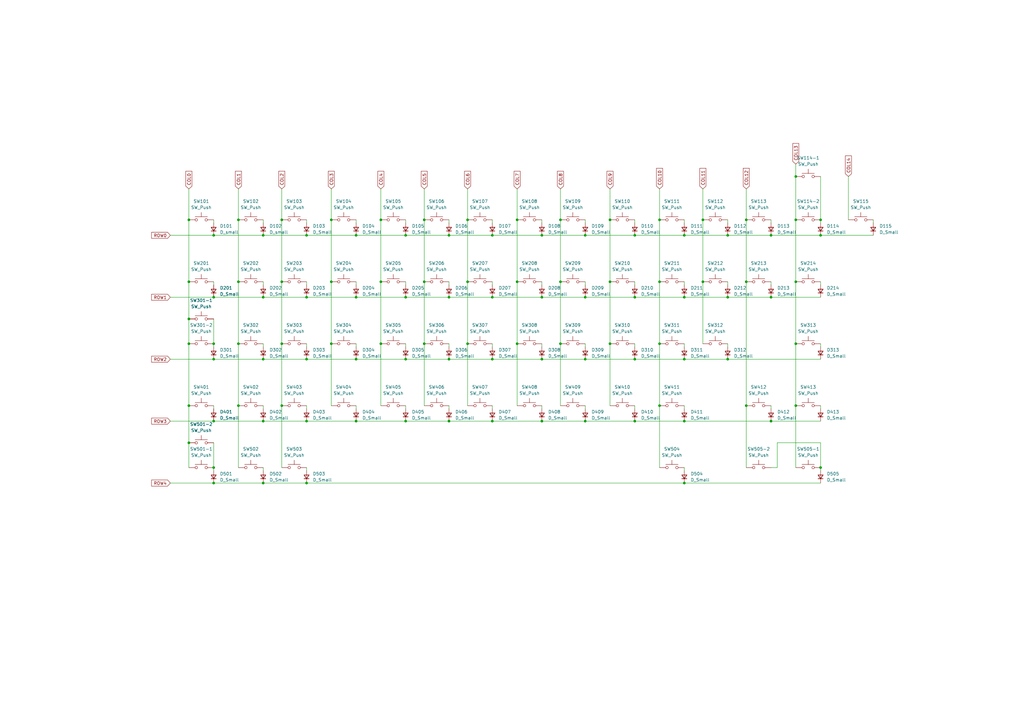
<source format=kicad_sch>
(kicad_sch (version 20231120) (generator "eeschema") (generator_version "8.0")
  (paper "A3")
  (junction (at 135.89 140.97))
  (junction (at 87.63 121.92))
  (junction (at 173.99 115.57))
  (junction (at 125.73 172.72))
  (junction (at 270.51 115.57))
  (junction (at 240.03 96.52))
  (junction (at 184.15 147.32))
  (junction (at 326.39 72.39))
  (junction (at 222.25 172.72))
  (junction (at 201.93 172.72))
  (junction (at 240.03 121.92))
  (junction (at 222.25 121.92))
  (junction (at 184.15 172.72))
  (junction (at 107.95 198.12))
  (junction (at 270.51 140.97))
  (junction (at 306.07 115.57))
  (junction (at 77.47 90.17))
  (junction (at 146.05 172.72))
  (junction (at 260.35 96.52))
  (junction (at 240.03 147.32))
  (junction (at 77.47 181.61))
  (junction (at 107.95 147.32))
  (junction (at 115.57 90.17))
  (junction (at 250.19 90.17))
  (junction (at 201.93 121.92))
  (junction (at 250.19 115.57))
  (junction (at 87.63 198.12))
  (junction (at 184.15 96.52))
  (junction (at 280.67 121.92))
  (junction (at 212.09 90.17))
  (junction (at 166.37 96.52))
  (junction (at 166.37 121.92))
  (junction (at 201.93 147.32))
  (junction (at 280.67 96.52))
  (junction (at 184.15 121.92))
  (junction (at 306.07 90.17))
  (junction (at 166.37 172.72))
  (junction (at 125.73 96.52))
  (junction (at 191.77 140.97))
  (junction (at 77.47 115.57))
  (junction (at 240.03 172.72))
  (junction (at 191.77 90.17))
  (junction (at 156.21 90.17))
  (junction (at 288.29 115.57))
  (junction (at 173.99 90.17))
  (junction (at 87.63 147.32))
  (junction (at 316.23 96.52))
  (junction (at 191.77 115.57))
  (junction (at 87.63 96.52))
  (junction (at 222.25 96.52))
  (junction (at 298.45 121.92))
  (junction (at 107.95 172.72))
  (junction (at 146.05 96.52))
  (junction (at 326.39 140.97))
  (junction (at 260.35 172.72))
  (junction (at 97.79 90.17))
  (junction (at 135.89 115.57))
  (junction (at 107.95 96.52))
  (junction (at 326.39 90.17))
  (junction (at 166.37 147.32))
  (junction (at 146.05 121.92))
  (junction (at 115.57 140.97))
  (junction (at 336.55 90.17))
  (junction (at 316.23 172.72))
  (junction (at 77.47 140.97))
  (junction (at 298.45 96.52))
  (junction (at 201.93 96.52))
  (junction (at 97.79 140.97))
  (junction (at 212.09 115.57))
  (junction (at 260.35 147.32))
  (junction (at 270.51 90.17))
  (junction (at 250.19 140.97))
  (junction (at 77.47 130.81))
  (junction (at 306.07 166.37))
  (junction (at 77.47 166.37))
  (junction (at 316.23 121.92))
  (junction (at 326.39 166.37))
  (junction (at 260.35 121.92))
  (junction (at 156.21 115.57))
  (junction (at 229.87 140.97))
  (junction (at 280.67 172.72))
  (junction (at 229.87 115.57))
  (junction (at 135.89 90.17))
  (junction (at 87.63 191.77))
  (junction (at 280.67 198.12))
  (junction (at 97.79 115.57))
  (junction (at 97.79 166.37))
  (junction (at 288.29 90.17))
  (junction (at 229.87 90.17))
  (junction (at 212.09 140.97))
  (junction (at 87.63 140.97))
  (junction (at 336.55 191.77))
  (junction (at 107.95 121.92))
  (junction (at 222.25 147.32))
  (junction (at 298.45 147.32))
  (junction (at 280.67 147.32))
  (junction (at 125.73 147.32))
  (junction (at 125.73 198.12))
  (junction (at 115.57 166.37))
  (junction (at 173.99 140.97))
  (junction (at 115.57 115.57))
  (junction (at 125.73 121.92))
  (junction (at 270.51 166.37))
  (junction (at 156.21 140.97))
  (junction (at 146.05 147.32))
  (junction (at 87.63 172.72))
  (junction (at 326.39 115.57))
  (junction (at 336.55 96.52))
  (wire (pts (xy 115.57 77.47) (xy 115.57 90.17)))
  (wire (pts (xy 280.67 191.77) (xy 280.67 193.04)))
  (wire (pts (xy 260.35 90.17) (xy 260.35 91.44)))
  (wire (pts (xy 135.89 90.17) (xy 135.89 115.57)))
  (wire (pts (xy 69.85 198.12) (xy 87.63 198.12)))
  (wire (pts (xy 184.15 166.37) (xy 184.15 167.64)))
  (wire (pts (xy 191.77 90.17) (xy 191.77 115.57)))
  (wire (pts (xy 125.73 140.97) (xy 125.73 142.24)))
  (wire (pts (xy 156.21 140.97) (xy 156.21 166.37)))
  (wire (pts (xy 306.07 115.57) (xy 306.07 166.37)))
  (wire (pts (xy 280.67 115.57) (xy 280.67 116.84)))
  (wire (pts (xy 240.03 115.57) (xy 240.03 116.84)))
  (wire (pts (xy 326.39 140.97) (xy 326.39 166.37)))
  (wire (pts (xy 298.45 147.32) (xy 336.55 147.32)))
  (wire (pts (xy 107.95 96.52) (xy 125.73 96.52)))
  (wire (pts (xy 115.57 166.37) (xy 115.57 191.77)))
  (wire (pts (xy 97.79 166.37) (xy 97.79 191.77)))
  (wire (pts (xy 107.95 121.92) (xy 125.73 121.92)))
  (wire (pts (xy 107.95 90.17) (xy 107.95 91.44)))
  (wire (pts (xy 280.67 121.92) (xy 298.45 121.92)))
  (wire (pts (xy 135.89 140.97) (xy 135.89 166.37)))
  (wire (pts (xy 270.51 90.17) (xy 270.51 115.57)))
  (wire (pts (xy 240.03 90.17) (xy 240.03 91.44)))
  (wire (pts (xy 166.37 115.57) (xy 166.37 116.84)))
  (wire (pts (xy 125.73 96.52) (xy 146.05 96.52)))
  (wire (pts (xy 107.95 198.12) (xy 125.73 198.12)))
  (wire (pts (xy 77.47 115.57) (xy 77.47 130.81)))
  (wire (pts (xy 250.19 77.47) (xy 250.19 90.17)))
  (wire (pts (xy 222.25 115.57) (xy 222.25 116.84)))
  (wire (pts (xy 166.37 121.92) (xy 184.15 121.92)))
  (wire (pts (xy 306.07 77.47) (xy 306.07 90.17)))
  (wire (pts (xy 336.55 191.77) (xy 336.55 193.04)))
  (wire (pts (xy 77.47 130.81) (xy 77.47 140.97)))
  (wire (pts (xy 288.29 90.17) (xy 288.29 115.57)))
  (wire (pts (xy 166.37 172.72) (xy 184.15 172.72)))
  (wire (pts (xy 184.15 121.92) (xy 201.93 121.92)))
  (wire (pts (xy 222.25 96.52) (xy 240.03 96.52)))
  (wire (pts (xy 316.23 121.92) (xy 336.55 121.92)))
  (wire (pts (xy 173.99 77.47) (xy 173.99 90.17)))
  (wire (pts (xy 326.39 72.39) (xy 326.39 90.17)))
  (wire (pts (xy 87.63 115.57) (xy 87.63 116.84)))
  (wire (pts (xy 240.03 172.72) (xy 260.35 172.72)))
  (wire (pts (xy 77.47 77.47) (xy 77.47 90.17)))
  (wire (pts (xy 298.45 96.52) (xy 316.23 96.52)))
  (wire (pts (xy 97.79 115.57) (xy 97.79 140.97)))
  (wire (pts (xy 280.67 172.72) (xy 316.23 172.72)))
  (wire (pts (xy 298.45 140.97) (xy 298.45 142.24)))
  (wire (pts (xy 316.23 191.77) (xy 318.77 191.77)))
  (wire (pts (xy 318.77 191.77) (xy 318.77 181.61)))
  (wire (pts (xy 212.09 115.57) (xy 212.09 140.97)))
  (wire (pts (xy 125.73 191.77) (xy 125.73 193.04)))
  (wire (pts (xy 316.23 166.37) (xy 316.23 167.64)))
  (wire (pts (xy 201.93 90.17) (xy 201.93 91.44)))
  (wire (pts (xy 212.09 140.97) (xy 212.09 166.37)))
  (wire (pts (xy 191.77 140.97) (xy 191.77 166.37)))
  (wire (pts (xy 229.87 90.17) (xy 229.87 115.57)))
  (wire (pts (xy 107.95 166.37) (xy 107.95 167.64)))
  (wire (pts (xy 87.63 147.32) (xy 107.95 147.32)))
  (wire (pts (xy 288.29 115.57) (xy 288.29 140.97)))
  (wire (pts (xy 229.87 140.97) (xy 229.87 166.37)))
  (wire (pts (xy 280.67 166.37) (xy 280.67 167.64)))
  (wire (pts (xy 260.35 172.72) (xy 280.67 172.72)))
  (wire (pts (xy 306.07 166.37) (xy 306.07 191.77)))
  (wire (pts (xy 184.15 96.52) (xy 201.93 96.52)))
  (wire (pts (xy 191.77 115.57) (xy 191.77 140.97)))
  (wire (pts (xy 115.57 90.17) (xy 115.57 115.57)))
  (wire (pts (xy 125.73 166.37) (xy 125.73 167.64)))
  (wire (pts (xy 146.05 90.17) (xy 146.05 91.44)))
  (wire (pts (xy 316.23 90.17) (xy 316.23 91.44)))
  (wire (pts (xy 316.23 96.52) (xy 336.55 96.52)))
  (wire (pts (xy 260.35 140.97) (xy 260.35 142.24)))
  (wire (pts (xy 298.45 115.57) (xy 298.45 116.84)))
  (wire (pts (xy 280.67 90.17) (xy 280.67 91.44)))
  (wire (pts (xy 69.85 147.32) (xy 87.63 147.32)))
  (wire (pts (xy 201.93 96.52) (xy 222.25 96.52)))
  (wire (pts (xy 250.19 90.17) (xy 250.19 115.57)))
  (wire (pts (xy 212.09 90.17) (xy 212.09 115.57)))
  (wire (pts (xy 156.21 90.17) (xy 156.21 115.57)))
  (wire (pts (xy 97.79 140.97) (xy 97.79 166.37)))
  (wire (pts (xy 336.55 140.97) (xy 336.55 142.24)))
  (wire (pts (xy 173.99 115.57) (xy 173.99 140.97)))
  (wire (pts (xy 336.55 96.52) (xy 358.14 96.52)))
  (wire (pts (xy 87.63 198.12) (xy 107.95 198.12)))
  (wire (pts (xy 107.95 172.72) (xy 125.73 172.72)))
  (wire (pts (xy 240.03 147.32) (xy 260.35 147.32)))
  (wire (pts (xy 166.37 166.37) (xy 166.37 167.64)))
  (wire (pts (xy 270.51 140.97) (xy 270.51 166.37)))
  (wire (pts (xy 306.07 90.17) (xy 306.07 115.57)))
  (wire (pts (xy 135.89 115.57) (xy 135.89 140.97)))
  (wire (pts (xy 146.05 121.92) (xy 166.37 121.92)))
  (wire (pts (xy 260.35 147.32) (xy 280.67 147.32)))
  (wire (pts (xy 125.73 172.72) (xy 146.05 172.72)))
  (wire (pts (xy 107.95 191.77) (xy 107.95 193.04)))
  (wire (pts (xy 97.79 77.47) (xy 97.79 90.17)))
  (wire (pts (xy 316.23 172.72) (xy 336.55 172.72)))
  (wire (pts (xy 250.19 140.97) (xy 250.19 166.37)))
  (wire (pts (xy 260.35 115.57) (xy 260.35 116.84)))
  (wire (pts (xy 156.21 77.47) (xy 156.21 90.17)))
  (wire (pts (xy 280.67 198.12) (xy 336.55 198.12)))
  (wire (pts (xy 77.47 166.37) (xy 77.47 181.61)))
  (wire (pts (xy 166.37 140.97) (xy 166.37 142.24)))
  (wire (pts (xy 166.37 147.32) (xy 184.15 147.32)))
  (wire (pts (xy 222.25 166.37) (xy 222.25 167.64)))
  (wire (pts (xy 270.51 166.37) (xy 270.51 191.77)))
  (wire (pts (xy 125.73 115.57) (xy 125.73 116.84)))
  (wire (pts (xy 184.15 147.32) (xy 201.93 147.32)))
  (wire (pts (xy 191.77 77.47) (xy 191.77 90.17)))
  (wire (pts (xy 87.63 90.17) (xy 87.63 91.44)))
  (wire (pts (xy 146.05 147.32) (xy 166.37 147.32)))
  (wire (pts (xy 280.67 147.32) (xy 298.45 147.32)))
  (wire (pts (xy 336.55 166.37) (xy 336.55 167.64)))
  (wire (pts (xy 69.85 172.72) (xy 87.63 172.72)))
  (wire (pts (xy 326.39 67.31) (xy 326.39 72.39)))
  (wire (pts (xy 87.63 166.37) (xy 87.63 167.64)))
  (wire (pts (xy 336.55 72.39) (xy 336.55 90.17)))
  (wire (pts (xy 115.57 140.97) (xy 115.57 166.37)))
  (wire (pts (xy 146.05 115.57) (xy 146.05 116.84)))
  (wire (pts (xy 280.67 96.52) (xy 298.45 96.52)))
  (wire (pts (xy 146.05 140.97) (xy 146.05 142.24)))
  (wire (pts (xy 240.03 140.97) (xy 240.03 142.24)))
  (wire (pts (xy 87.63 191.77) (xy 87.63 193.04)))
  (wire (pts (xy 229.87 77.47) (xy 229.87 90.17)))
  (wire (pts (xy 260.35 96.52) (xy 280.67 96.52)))
  (wire (pts (xy 173.99 90.17) (xy 173.99 115.57)))
  (wire (pts (xy 77.47 140.97) (xy 77.47 166.37)))
  (wire (pts (xy 97.79 90.17) (xy 97.79 115.57)))
  (wire (pts (xy 107.95 115.57) (xy 107.95 116.84)))
  (wire (pts (xy 336.55 90.17) (xy 336.55 91.44)))
  (wire (pts (xy 240.03 121.92) (xy 260.35 121.92)))
  (wire (pts (xy 173.99 140.97) (xy 173.99 166.37)))
  (wire (pts (xy 201.93 147.32) (xy 222.25 147.32)))
  (wire (pts (xy 326.39 90.17) (xy 326.39 115.57)))
  (wire (pts (xy 184.15 115.57) (xy 184.15 116.84)))
  (wire (pts (xy 288.29 77.47) (xy 288.29 90.17)))
  (wire (pts (xy 222.25 121.92) (xy 240.03 121.92)))
  (wire (pts (xy 166.37 90.17) (xy 166.37 91.44)))
  (wire (pts (xy 222.25 147.32) (xy 240.03 147.32)))
  (wire (pts (xy 201.93 121.92) (xy 222.25 121.92)))
  (wire (pts (xy 201.93 140.97) (xy 201.93 142.24)))
  (wire (pts (xy 87.63 130.81) (xy 87.63 140.97)))
  (wire (pts (xy 184.15 172.72) (xy 201.93 172.72)))
  (wire (pts (xy 146.05 166.37) (xy 146.05 167.64)))
  (wire (pts (xy 298.45 121.92) (xy 316.23 121.92)))
  (wire (pts (xy 184.15 90.17) (xy 184.15 91.44)))
  (wire (pts (xy 87.63 140.97) (xy 87.63 142.24)))
  (wire (pts (xy 107.95 147.32) (xy 125.73 147.32)))
  (wire (pts (xy 125.73 198.12) (xy 280.67 198.12)))
  (wire (pts (xy 201.93 166.37) (xy 201.93 167.64)))
  (wire (pts (xy 229.87 115.57) (xy 229.87 140.97)))
  (wire (pts (xy 240.03 96.52) (xy 260.35 96.52)))
  (wire (pts (xy 270.51 115.57) (xy 270.51 140.97)))
  (wire (pts (xy 77.47 181.61) (xy 77.47 191.77)))
  (wire (pts (xy 222.25 90.17) (xy 222.25 91.44)))
  (wire (pts (xy 69.85 96.52) (xy 87.63 96.52)))
  (wire (pts (xy 260.35 166.37) (xy 260.35 167.64)))
  (wire (pts (xy 146.05 96.52) (xy 166.37 96.52)))
  (wire (pts (xy 135.89 77.47) (xy 135.89 90.17)))
  (wire (pts (xy 260.35 121.92) (xy 280.67 121.92)))
  (wire (pts (xy 125.73 121.92) (xy 146.05 121.92)))
  (wire (pts (xy 87.63 172.72) (xy 107.95 172.72)))
  (wire (pts (xy 316.23 115.57) (xy 316.23 116.84)))
  (wire (pts (xy 222.25 172.72) (xy 240.03 172.72)))
  (wire (pts (xy 146.05 172.72) (xy 166.37 172.72)))
  (wire (pts (xy 240.03 166.37) (xy 240.03 167.64)))
  (wire (pts (xy 326.39 115.57) (xy 326.39 140.97)))
  (wire (pts (xy 69.85 121.92) (xy 87.63 121.92)))
  (wire (pts (xy 336.55 181.61) (xy 336.55 191.77)))
  (wire (pts (xy 87.63 181.61) (xy 87.63 191.77)))
  (wire (pts (xy 336.55 115.57) (xy 336.55 116.84)))
  (wire (pts (xy 156.21 115.57) (xy 156.21 140.97)))
  (wire (pts (xy 201.93 172.72) (xy 222.25 172.72)))
  (wire (pts (xy 87.63 96.52) (xy 107.95 96.52)))
  (wire (pts (xy 298.45 90.17) (xy 298.45 91.44)))
  (wire (pts (xy 280.67 140.97) (xy 280.67 142.24)))
  (wire (pts (xy 107.95 140.97) (xy 107.95 142.24)))
  (wire (pts (xy 212.09 77.47) (xy 212.09 90.17)))
  (wire (pts (xy 125.73 147.32) (xy 146.05 147.32)))
  (wire (pts (xy 77.47 90.17) (xy 77.47 115.57)))
  (wire (pts (xy 87.63 121.92) (xy 107.95 121.92)))
  (wire (pts (xy 125.73 90.17) (xy 125.73 91.44)))
  (wire (pts (xy 184.15 140.97) (xy 184.15 142.24)))
  (wire (pts (xy 250.19 115.57) (xy 250.19 140.97)))
  (wire (pts (xy 326.39 166.37) (xy 326.39 191.77)))
  (wire (pts (xy 270.51 77.47) (xy 270.51 90.17)))
  (wire (pts (xy 222.25 140.97) (xy 222.25 142.24)))
  (wire (pts (xy 347.98 72.39) (xy 347.98 90.17)))
  (wire (pts (xy 166.37 96.52) (xy 184.15 96.52)))
  (wire (pts (xy 115.57 115.57) (xy 115.57 140.97)))
  (wire (pts (xy 201.93 115.57) (xy 201.93 116.84)))
  (wire (pts (xy 318.77 181.61) (xy 336.55 181.61)))
  (wire (pts (xy 358.14 90.17) (xy 358.14 91.44)))
  (global_label "COL12" (shape input) (at 306.07 77.47 90) (property "Intersheetrefs" "${INTERSHEET_REFS}" (effects (hide yes))))
  (global_label "COL11" (shape input) (at 288.29 77.47 90) (property "Intersheetrefs" "${INTERSHEET_REFS}" (effects (hide yes))))
  (global_label "ROW0" (shape input) (at 69.85 96.52 180) (property "Intersheetrefs" "${INTERSHEET_REFS}" (effects (hide yes))))
  (global_label "COL4" (shape input) (at 156.21 77.47 90) (property "Intersheetrefs" "${INTERSHEET_REFS}" (effects (hide yes))))
  (global_label "COL1" (shape input) (at 97.79 77.47 90) (property "Intersheetrefs" "${INTERSHEET_REFS}" (effects (hide yes))))
  (global_label "COL14" (shape input) (at 347.98 72.39 90) (property "Intersheetrefs" "${INTERSHEET_REFS}" (effects (hide yes))))
  (global_label "COL5" (shape input) (at 173.99 77.47 90) (property "Intersheetrefs" "${INTERSHEET_REFS}" (effects (hide yes))))
  (global_label "COL6" (shape input) (at 191.77 77.47 90) (property "Intersheetrefs" "${INTERSHEET_REFS}" (effects (hide yes))))
  (global_label "ROW3" (shape input) (at 69.85 172.72 180) (property "Intersheetrefs" "${INTERSHEET_REFS}" (effects (hide yes))))
  (global_label "ROW1" (shape input) (at 69.85 121.92 180) (property "Intersheetrefs" "${INTERSHEET_REFS}" (effects (hide yes))))
  (global_label "COL8" (shape input) (at 229.87 77.47 90) (property "Intersheetrefs" "${INTERSHEET_REFS}" (effects (hide yes))))
  (global_label "COL0" (shape input) (at 77.47 77.47 90) (property "Intersheetrefs" "${INTERSHEET_REFS}" (effects (hide yes))))
  (global_label "COL9" (shape input) (at 250.19 77.47 90) (property "Intersheetrefs" "${INTERSHEET_REFS}" (effects (hide yes))))
  (global_label "COL3" (shape input) (at 135.89 77.47 90) (property "Intersheetrefs" "${INTERSHEET_REFS}" (effects (hide yes))))
  (global_label "COL2" (shape input) (at 115.57 77.47 90) (property "Intersheetrefs" "${INTERSHEET_REFS}" (effects (hide yes))))
  (global_label "COL7" (shape input) (at 212.09 77.47 90) (property "Intersheetrefs" "${INTERSHEET_REFS}" (effects (hide yes))))
  (global_label "ROW2" (shape input) (at 69.85 147.32 180) (property "Intersheetrefs" "${INTERSHEET_REFS}" (effects (hide yes))))
  (global_label "ROW4" (shape input) (at 69.85 198.12 180) (property "Intersheetrefs" "${INTERSHEET_REFS}" (effects (hide yes))))
  (global_label "COL13" (shape input) (at 326.39 67.31 90) (property "Intersheetrefs" "${INTERSHEET_REFS}" (effects (hide yes))))
  (global_label "COL10" (shape input) (at 270.51 77.47 90) (property "Intersheetrefs" "${INTERSHEET_REFS}" (effects (hide yes))))
  (symbol (lib_id "Device:D_Small") (at 125.73 144.78 90) (unit 1)
    (property "Reference" "D303" (at 128.27 143.5099 90) (effects (justify right)))
    (property "Value" "D_Small" (at 128.27 146.0499 90) (effects (justify right)))
    (property "Footprint" "Diode_SMD:D_SOD-123" (effects (hide yes)))
    (property "Description" "Diode, small symbol" (effects (hide yes)))
    (property "Sim.Device" "D" (effects (hide yes)))
    (property "Sim.Pins" "1=K 2=A" (effects (hide yes)))
  )
  (symbol (lib_id "Switch:SW_Push") (at 82.55 115.57 0) (unit 1)
    (property "Reference" "SW201" (at 82.55 107.95 0))
    (property "Value" "SW_Push" (at 82.55 110.49 0))
    (property "Footprint" "MX_Solderable:MX-Solderable-1.5U" (effects (hide yes)))
    (property "Description" "Push button switch, generic, two pins" (effects (hide yes)))
  )
  (symbol (lib_id "Device:D_Small") (at 358.14 93.98 90) (unit 1)
    (property "Reference" "D115" (at 360.68 92.7099 90) (effects (justify right)))
    (property "Value" "D_Small" (at 360.68 95.2499 90) (effects (justify right)))
    (property "Footprint" "Diode_SMD:D_SOD-123" (effects (hide yes)))
    (property "Description" "Diode, small symbol" (effects (hide yes)))
    (property "Sim.Device" "D" (effects (hide yes)))
    (property "Sim.Pins" "1=K 2=A" (effects (hide yes)))
  )
  (symbol (lib_id "Switch:SW_Push") (at 293.37 115.57 0) (unit 1)
    (property "Reference" "SW212" (at 293.37 107.95 0))
    (property "Value" "SW_Push" (at 293.37 110.49 0))
    (property "Footprint" "MX_Solderable:MX-Solderable-1U" (effects (hide yes)))
    (property "Description" "Push button switch, generic, two pins" (effects (hide yes)))
  )
  (symbol (lib_id "Device:D_Small") (at 298.45 144.78 90) (unit 1)
    (property "Reference" "D312" (at 300.99 143.5099 90) (effects (justify right)))
    (property "Value" "D_Small" (at 300.99 146.0499 90) (effects (justify right)))
    (property "Footprint" "Diode_SMD:D_SOD-123" (effects (hide yes)))
    (property "Description" "Diode, small symbol" (effects (hide yes)))
    (property "Sim.Device" "D" (effects (hide yes)))
    (property "Sim.Pins" "1=K 2=A" (effects (hide yes)))
  )
  (symbol (lib_id "Switch:SW_Push") (at 179.07 166.37 0) (unit 1)
    (property "Reference" "SW406" (at 179.07 158.75 0))
    (property "Value" "SW_Push" (at 179.07 161.29 0))
    (property "Footprint" "MX_Solderable:MX-Solderable-1U" (effects (hide yes)))
    (property "Description" "Push button switch, generic, two pins" (effects (hide yes)))
  )
  (symbol (lib_id "Switch:SW_Push") (at 102.87 140.97 0) (unit 1)
    (property "Reference" "SW302" (at 102.87 133.35 0))
    (property "Value" "SW_Push" (at 102.87 135.89 0))
    (property "Footprint" "MX_Solderable:MX-Solderable-1U" (effects (hide yes)))
    (property "Description" "Push button switch, generic, two pins" (effects (hide yes)))
  )
  (symbol (lib_id "Switch:SW_Push") (at 82.55 191.77 0) (unit 1)
    (property "Reference" "SW501-1" (at 82.55 184.15 0))
    (property "Value" "SW_Push" (at 82.55 186.69 0))
    (property "Footprint" "MX_Solderable:MX-Solderable-1.5U" (effects (hide yes)))
    (property "Description" "Push button switch, generic, two pins" (effects (hide yes)))
  )
  (symbol (lib_id "Switch:SW_Push") (at 120.65 166.37 0) (unit 1)
    (property "Reference" "SW403" (at 120.65 158.75 0))
    (property "Value" "SW_Push" (at 120.65 161.29 0))
    (property "Footprint" "MX_Solderable:MX-Solderable-1U" (effects (hide yes)))
    (property "Description" "Push button switch, generic, two pins" (effects (hide yes)))
  )
  (symbol (lib_id "Switch:SW_Push") (at 140.97 166.37 0) (unit 1)
    (property "Reference" "SW404" (at 140.97 158.75 0))
    (property "Value" "SW_Push" (at 140.97 161.29 0))
    (property "Footprint" "MX_Solderable:MX-Solderable-1U" (effects (hide yes)))
    (property "Description" "Push button switch, generic, two pins" (effects (hide yes)))
  )
  (symbol (lib_id "Device:D_Small") (at 280.67 144.78 90) (unit 1)
    (property "Reference" "D311" (at 283.21 143.5099 90) (effects (justify right)))
    (property "Value" "D_Small" (at 283.21 146.0499 90) (effects (justify right)))
    (property "Footprint" "Diode_SMD:D_SOD-123" (effects (hide yes)))
    (property "Description" "Diode, small symbol" (effects (hide yes)))
    (property "Sim.Device" "D" (effects (hide yes)))
    (property "Sim.Pins" "1=K 2=A" (effects (hide yes)))
  )
  (symbol (lib_id "Device:D_Small") (at 336.55 144.78 90) (unit 1)
    (property "Reference" "D313" (at 339.09 143.5099 90) (effects (justify right)))
    (property "Value" "D_Small" (at 339.09 146.0499 90) (effects (justify right)))
    (property "Footprint" "Diode_SMD:D_SOD-123" (effects (hide yes)))
    (property "Description" "Diode, small symbol" (effects (hide yes)))
    (property "Sim.Device" "D" (effects (hide yes)))
    (property "Sim.Pins" "1=K 2=A" (effects (hide yes)))
  )
  (symbol (lib_id "Switch:SW_Push") (at 120.65 191.77 0) (unit 1)
    (property "Reference" "SW503" (at 120.65 184.15 0))
    (property "Value" "SW_Push" (at 120.65 186.69 0))
    (property "Footprint" "MX_Solderable:MX-Solderable-7U-ReversedStabilizers" (effects (hide yes)))
    (property "Description" "Push button switch, generic, two pins" (effects (hide yes)))
  )
  (symbol (lib_id "Device:D_Small") (at 280.67 195.58 90) (unit 1)
    (property "Reference" "D504" (at 283.21 194.3099 90) (effects (justify right)))
    (property "Value" "D_Small" (at 283.21 196.8499 90) (effects (justify right)))
    (property "Footprint" "Diode_SMD:D_SOD-123" (effects (hide yes)))
    (property "Description" "Diode, small symbol" (effects (hide yes)))
    (property "Sim.Device" "D" (effects (hide yes)))
    (property "Sim.Pins" "1=K 2=A" (effects (hide yes)))
  )
  (symbol (lib_id "Device:D_Small") (at 316.23 93.98 90) (unit 1)
    (property "Reference" "D113" (at 318.77 92.7099 90) (effects (justify right)))
    (property "Value" "D_Small" (at 318.77 95.2499 90) (effects (justify right)))
    (property "Footprint" "Diode_SMD:D_SOD-123" (effects (hide yes)))
    (property "Description" "Diode, small symbol" (effects (hide yes)))
    (property "Sim.Device" "D" (effects (hide yes)))
    (property "Sim.Pins" "1=K 2=A" (effects (hide yes)))
  )
  (symbol (lib_id "Switch:SW_Push") (at 255.27 166.37 0) (unit 1)
    (property "Reference" "SW410" (at 255.27 158.75 0))
    (property "Value" "SW_Push" (at 255.27 161.29 0))
    (property "Footprint" "MX_Solderable:MX-Solderable-1U" (effects (hide yes)))
    (property "Description" "Push button switch, generic, two pins" (effects (hide yes)))
  )
  (symbol (lib_id "Device:D_Small") (at 87.63 119.38 90) (unit 1)
    (property "Reference" "D201" (at 90.17 118.1099 90) (effects (justify right)))
    (property "Value" "D_Small" (at 90.17 120.6499 90) (effects (justify right)))
    (property "Footprint" "Diode_SMD:D_SOD-123" (effects (hide yes)))
    (property "Description" "Diode, small symbol" (effects (hide yes)))
    (property "Sim.Device" "D" (effects (hide yes)))
    (property "Sim.Pins" "1=K 2=A" (effects (hide yes)))
  )
  (symbol (lib_id "Device:D_Small") (at 201.93 93.98 90) (unit 1)
    (property "Reference" "D107" (at 204.47 92.7099 90) (effects (justify right)))
    (property "Value" "D_Small" (at 204.47 95.2499 90) (effects (justify right)))
    (property "Footprint" "Diode_SMD:D_SOD-123" (effects (hide yes)))
    (property "Description" "Diode, small symbol" (effects (hide yes)))
    (property "Sim.Device" "D" (effects (hide yes)))
    (property "Sim.Pins" "1=K 2=A" (effects (hide yes)))
  )
  (symbol (lib_id "Device:D_Small") (at 146.05 93.98 90) (unit 1)
    (property "Reference" "D104" (at 148.59 92.7099 90) (effects (justify right)))
    (property "Value" "D_Small" (at 148.59 95.2499 90) (effects (justify right)))
    (property "Footprint" "Diode_SMD:D_SOD-123" (effects (hide yes)))
    (property "Description" "Diode, small symbol" (effects (hide yes)))
    (property "Sim.Device" "D" (effects (hide yes)))
    (property "Sim.Pins" "1=K 2=A" (effects (hide yes)))
  )
  (symbol (lib_id "Switch:SW_Push") (at 217.17 90.17 0) (unit 1)
    (property "Reference" "SW108" (at 217.17 82.55 0))
    (property "Value" "SW_Push" (at 217.17 85.09 0))
    (property "Footprint" "MX_Solderable:MX-Solderable-1U" (effects (hide yes)))
    (property "Description" "Push button switch, generic, two pins" (effects (hide yes)))
  )
  (symbol (lib_id "Switch:SW_Push") (at 217.17 115.57 0) (unit 1)
    (property "Reference" "SW208" (at 217.17 107.95 0))
    (property "Value" "SW_Push" (at 217.17 110.49 0))
    (property "Footprint" "MX_Solderable:MX-Solderable-1U" (effects (hide yes)))
    (property "Description" "Push button switch, generic, two pins" (effects (hide yes)))
  )
  (symbol (lib_id "Switch:SW_Push") (at 120.65 115.57 0) (unit 1)
    (property "Reference" "SW203" (at 120.65 107.95 0))
    (property "Value" "SW_Push" (at 120.65 110.49 0))
    (property "Footprint" "MX_Solderable:MX-Solderable-1U" (effects (hide yes)))
    (property "Description" "Push button switch, generic, two pins" (effects (hide yes)))
  )
  (symbol (lib_id "Switch:SW_Push") (at 140.97 90.17 0) (unit 1)
    (property "Reference" "SW104" (at 140.97 82.55 0))
    (property "Value" "SW_Push" (at 140.97 85.09 0))
    (property "Footprint" "MX_Solderable:MX-Solderable-1U" (effects (hide yes)))
    (property "Description" "Push button switch, generic, two pins" (effects (hide yes)))
  )
  (symbol (lib_id "Device:D_Small") (at 260.35 170.18 90) (unit 1)
    (property "Reference" "D410" (at 262.89 168.9099 90) (effects (justify right)))
    (property "Value" "D_Small" (at 262.89 171.4499 90) (effects (justify right)))
    (property "Footprint" "Diode_SMD:D_SOD-123" (effects (hide yes)))
    (property "Description" "Diode, small symbol" (effects (hide yes)))
    (property "Sim.Device" "D" (effects (hide yes)))
    (property "Sim.Pins" "1=K 2=A" (effects (hide yes)))
  )
  (symbol (lib_id "Device:D_Small") (at 222.25 93.98 90) (unit 1)
    (property "Reference" "D108" (at 224.79 92.7099 90) (effects (justify right)))
    (property "Value" "D_Small" (at 224.79 95.2499 90) (effects (justify right)))
    (property "Footprint" "Diode_SMD:D_SOD-123" (effects (hide yes)))
    (property "Description" "Diode, small symbol" (effects (hide yes)))
    (property "Sim.Device" "D" (effects (hide yes)))
    (property "Sim.Pins" "1=K 2=A" (effects (hide yes)))
  )
  (symbol (lib_id "Switch:SW_Push") (at 331.47 140.97 0) (unit 1)
    (property "Reference" "SW313" (at 331.47 133.35 0))
    (property "Value" "SW_Push" (at 331.47 135.89 0))
    (property "Footprint" "MX_Solderable:MX-Solderable-2.25U" (effects (hide yes)))
    (property "Description" "Push button switch, generic, two pins" (effects (hide yes)))
  )
  (symbol (lib_id "Switch:SW_Push") (at 196.85 90.17 0) (unit 1)
    (property "Reference" "SW107" (at 196.85 82.55 0))
    (property "Value" "SW_Push" (at 196.85 85.09 0))
    (property "Footprint" "MX_Solderable:MX-Solderable-1U" (effects (hide yes)))
    (property "Description" "Push button switch, generic, two pins" (effects (hide yes)))
  )
  (symbol (lib_id "Device:D_Small") (at 298.45 119.38 90) (unit 1)
    (property "Reference" "D212" (at 300.99 118.1099 90) (effects (justify right)))
    (property "Value" "D_Small" (at 300.99 120.6499 90) (effects (justify right)))
    (property "Footprint" "Diode_SMD:D_SOD-123" (effects (hide yes)))
    (property "Description" "Diode, small symbol" (effects (hide yes)))
    (property "Sim.Device" "D" (effects (hide yes)))
    (property "Sim.Pins" "1=K 2=A" (effects (hide yes)))
  )
  (symbol (lib_id "Switch:SW_Push") (at 275.59 115.57 0) (unit 1)
    (property "Reference" "SW211" (at 275.59 107.95 0))
    (property "Value" "SW_Push" (at 275.59 110.49 0))
    (property "Footprint" "MX_Solderable:MX-Solderable-1U" (effects (hide yes)))
    (property "Description" "Push button switch, generic, two pins" (effects (hide yes)))
  )
  (symbol (lib_id "Device:D_Small") (at 240.03 144.78 90) (unit 1)
    (property "Reference" "D309" (at 242.57 143.5099 90) (effects (justify right)))
    (property "Value" "D_Small" (at 242.57 146.0499 90) (effects (justify right)))
    (property "Footprint" "Diode_SMD:D_SOD-123" (effects (hide yes)))
    (property "Description" "Diode, small symbol" (effects (hide yes)))
    (property "Sim.Device" "D" (effects (hide yes)))
    (property "Sim.Pins" "1=K 2=A" (effects (hide yes)))
  )
  (symbol (lib_id "Switch:SW_Push") (at 331.47 72.39 0) (unit 1)
    (property "Reference" "SW114-1" (at 331.47 64.77 0))
    (property "Value" "SW_Push" (at 331.47 67.31 0))
    (property "Footprint" "MX_Solderable:MX-Solderable-1U" (effects (hide yes)))
    (property "Description" "Push button switch, generic, two pins" (effects (hide yes)))
  )
  (symbol (lib_id "Switch:SW_Push") (at 353.06 90.17 0) (unit 1)
    (property "Reference" "SW115" (at 353.06 82.55 0))
    (property "Value" "SW_Push" (at 353.06 85.09 0))
    (property "Footprint" "MX_Solderable:MX-Solderable-1U" (effects (hide yes)))
    (property "Description" "Push button switch, generic, two pins" (effects (hide yes)))
  )
  (symbol (lib_id "Device:D_Small") (at 260.35 119.38 90) (unit 1)
    (property "Reference" "D210" (at 262.89 118.1099 90) (effects (justify right)))
    (property "Value" "D_Small" (at 262.89 120.6499 90) (effects (justify right)))
    (property "Footprint" "Diode_SMD:D_SOD-123" (effects (hide yes)))
    (property "Description" "Diode, small symbol" (effects (hide yes)))
    (property "Sim.Device" "D" (effects (hide yes)))
    (property "Sim.Pins" "1=K 2=A" (effects (hide yes)))
  )
  (symbol (lib_id "Device:D_Small") (at 146.05 144.78 90) (unit 1)
    (property "Reference" "D304" (at 148.59 143.5099 90) (effects (justify right)))
    (property "Value" "D_Small" (at 148.59 146.0499 90) (effects (justify right)))
    (property "Footprint" "Diode_SMD:D_SOD-123" (effects (hide yes)))
    (property "Description" "Diode, small symbol" (effects (hide yes)))
    (property "Sim.Device" "D" (effects (hide yes)))
    (property "Sim.Pins" "1=K 2=A" (effects (hide yes)))
  )
  (symbol (lib_id "Switch:SW_Push") (at 234.95 166.37 0) (unit 1)
    (property "Reference" "SW409" (at 234.95 158.75 0))
    (property "Value" "SW_Push" (at 234.95 161.29 0))
    (property "Footprint" "MX_Solderable:MX-Solderable-1U" (effects (hide yes)))
    (property "Description" "Push button switch, generic, two pins" (effects (hide yes)))
  )
  (symbol (lib_id "Device:D_Small") (at 166.37 144.78 90) (unit 1)
    (property "Reference" "D305" (at 168.91 143.5099 90) (effects (justify right)))
    (property "Value" "D_Small" (at 168.91 146.0499 90) (effects (justify right)))
    (property "Footprint" "Diode_SMD:D_SOD-123" (effects (hide yes)))
    (property "Description" "Diode, small symbol" (effects (hide yes)))
    (property "Sim.Device" "D" (effects (hide yes)))
    (property "Sim.Pins" "1=K 2=A" (effects (hide yes)))
  )
  (symbol (lib_id "Device:D_Small") (at 240.03 119.38 90) (unit 1)
    (property "Reference" "D209" (at 242.57 118.1099 90) (effects (justify right)))
    (property "Value" "D_Small" (at 242.57 120.6499 90) (effects (justify right)))
    (property "Footprint" "Diode_SMD:D_SOD-123" (effects (hide yes)))
    (property "Description" "Diode, small symbol" (effects (hide yes)))
    (property "Sim.Device" "D" (effects (hide yes)))
    (property "Sim.Pins" "1=K 2=A" (effects (hide yes)))
  )
  (symbol (lib_id "Device:D_Small") (at 166.37 93.98 90) (unit 1)
    (property "Reference" "D105" (at 168.91 92.7099 90) (effects (justify right)))
    (property "Value" "D_Small" (at 168.91 95.2499 90) (effects (justify right)))
    (property "Footprint" "Diode_SMD:D_SOD-123" (effects (hide yes)))
    (property "Description" "Diode, small symbol" (effects (hide yes)))
    (property "Sim.Device" "D" (effects (hide yes)))
    (property "Sim.Pins" "1=K 2=A" (effects (hide yes)))
  )
  (symbol (lib_id "Switch:SW_Push") (at 102.87 166.37 0) (unit 1)
    (property "Reference" "SW402" (at 102.87 158.75 0))
    (property "Value" "SW_Push" (at 102.87 161.29 0))
    (property "Footprint" "MX_Solderable:MX-Solderable-1U" (effects (hide yes)))
    (property "Description" "Push button switch, generic, two pins" (effects (hide yes)))
  )
  (symbol (lib_id "Switch:SW_Push") (at 161.29 115.57 0) (unit 1)
    (property "Reference" "SW205" (at 161.29 107.95 0))
    (property "Value" "SW_Push" (at 161.29 110.49 0))
    (property "Footprint" "MX_Solderable:MX-Solderable-1U" (effects (hide yes)))
    (property "Description" "Push button switch, generic, two pins" (effects (hide yes)))
  )
  (symbol (lib_id "Device:D_Small") (at 87.63 93.98 90) (unit 1)
    (property "Reference" "D101" (at 90.17 92.7099 90) (effects (justify right)))
    (property "Value" "D_small" (at 90.17 95.25 90) (effects (justify right)))
    (property "Footprint" "Diode_SMD:D_SOD-123" (effects (hide yes)))
    (property "Description" "Diode, small symbol" (effects (hide yes)))
    (property "Sim.Device" "D" (effects (hide yes)))
    (property "Sim.Pins" "1=K 2=A" (effects (hide yes)))
  )
  (symbol (lib_id "Device:D_Small") (at 87.63 195.58 90) (unit 1)
    (property "Reference" "D501" (at 90.17 194.3099 90) (effects (justify right)))
    (property "Value" "D_Small" (at 90.17 196.8499 90) (effects (justify right)))
    (property "Footprint" "Diode_SMD:D_SOD-123" (effects (hide yes)))
    (property "Description" "Diode, small symbol" (effects (hide yes)))
    (property "Sim.Device" "D" (effects (hide yes)))
    (property "Sim.Pins" "1=K 2=A" (effects (hide yes)))
  )
  (symbol (lib_id "Switch:SW_Push") (at 234.95 140.97 0) (unit 1)
    (property "Reference" "SW309" (at 234.95 133.35 0))
    (property "Value" "SW_Push" (at 234.95 135.89 0))
    (property "Footprint" "MX_Solderable:MX-Solderable-1U" (effects (hide yes)))
    (property "Description" "Push button switch, generic, two pins" (effects (hide yes)))
  )
  (symbol (lib_id "Switch:SW_Push") (at 82.55 181.61 0) (unit 1)
    (property "Reference" "SW501-2" (at 82.55 173.99 0))
    (property "Value" "SW_Push" (at 82.55 176.53 0))
    (property "Footprint" "MX_Solderable:MX-Solderable-1U" (effects (hide yes)))
    (property "Description" "Push button switch, generic, two pins" (effects (hide yes)))
  )
  (symbol (lib_id "Switch:SW_Push") (at 161.29 140.97 0) (unit 1)
    (property "Reference" "SW305" (at 161.29 133.35 0))
    (property "Value" "SW_Push" (at 161.29 135.89 0))
    (property "Footprint" "MX_Solderable:MX-Solderable-1U" (effects (hide yes)))
    (property "Description" "Push button switch, generic, two pins" (effects (hide yes)))
  )
  (symbol (lib_id "Switch:SW_Push") (at 120.65 140.97 0) (unit 1)
    (property "Reference" "SW303" (at 120.65 133.35 0))
    (property "Value" "SW_Push" (at 120.65 135.89 0))
    (property "Footprint" "MX_Solderable:MX-Solderable-1U" (effects (hide yes)))
    (property "Description" "Push button switch, generic, two pins" (effects (hide yes)))
  )
  (symbol (lib_id "Device:D_Small") (at 184.15 119.38 90) (unit 1)
    (property "Reference" "D206" (at 186.69 118.1099 90) (effects (justify right)))
    (property "Value" "D_Small" (at 186.69 120.6499 90) (effects (justify right)))
    (property "Footprint" "Diode_SMD:D_SOD-123" (effects (hide yes)))
    (property "Description" "Diode, small symbol" (effects (hide yes)))
    (property "Sim.Device" "D" (effects (hide yes)))
    (property "Sim.Pins" "1=K 2=A" (effects (hide yes)))
  )
  (symbol (lib_id "Switch:SW_Push") (at 196.85 140.97 0) (unit 1)
    (property "Reference" "SW307" (at 196.85 133.35 0))
    (property "Value" "SW_Push" (at 196.85 135.89 0))
    (property "Footprint" "MX_Solderable:MX-Solderable-1U" (effects (hide yes)))
    (property "Description" "Push button switch, generic, two pins" (effects (hide yes)))
  )
  (symbol (lib_id "Device:D_Small") (at 222.25 144.78 90) (unit 1)
    (property "Reference" "D308" (at 224.79 143.5099 90) (effects (justify right)))
    (property "Value" "D_Small" (at 224.79 146.0499 90) (effects (justify right)))
    (property "Footprint" "Diode_SMD:D_SOD-123" (effects (hide yes)))
    (property "Description" "Diode, small symbol" (effects (hide yes)))
    (property "Sim.Device" "D" (effects (hide yes)))
    (property "Sim.Pins" "1=K 2=A" (effects (hide yes)))
  )
  (symbol (lib_id "Device:D_Small") (at 146.05 119.38 90) (unit 1)
    (property "Reference" "D204" (at 148.59 118.1099 90) (effects (justify right)))
    (property "Value" "D_Small" (at 148.59 120.6499 90) (effects (justify right)))
    (property "Footprint" "Diode_SMD:D_SOD-123" (effects (hide yes)))
    (property "Description" "Diode, small symbol" (effects (hide yes)))
    (property "Sim.Device" "D" (effects (hide yes)))
    (property "Sim.Pins" "1=K 2=A" (effects (hide yes)))
  )
  (symbol (lib_id "Switch:SW_Push") (at 196.85 166.37 0) (unit 1)
    (property "Reference" "SW407" (at 196.85 158.75 0))
    (property "Value" "SW_Push" (at 196.85 161.29 0))
    (property "Footprint" "MX_Solderable:MX-Solderable-1U" (effects (hide yes)))
    (property "Description" "Push button switch, generic, two pins" (effects (hide yes)))
  )
  (symbol (lib_id "Switch:SW_Push") (at 275.59 191.77 0) (unit 1)
    (property "Reference" "SW504" (at 275.59 184.15 0))
    (property "Value" "SW_Push" (at 275.59 186.69 0))
    (property "Footprint" "MX_Solderable:MX-Solderable-1.5U" (effects (hide yes)))
    (property "Description" "Push button switch, generic, two pins" (effects (hide yes)))
  )
  (symbol (lib_id "Device:D_Small") (at 201.93 144.78 90) (unit 1)
    (property "Reference" "D307" (at 204.47 143.5099 90) (effects (justify right)))
    (property "Value" "D_Small" (at 204.47 146.0499 90) (effects (justify right)))
    (property "Footprint" "Diode_SMD:D_SOD-123" (effects (hide yes)))
    (property "Description" "Diode, small symbol" (effects (hide yes)))
    (property "Sim.Device" "D" (effects (hide yes)))
    (property "Sim.Pins" "1=K 2=A" (effects (hide yes)))
  )
  (symbol (lib_id "Device:D_Small") (at 260.35 144.78 90) (unit 1)
    (property "Reference" "D310" (at 262.89 143.5099 90) (effects (justify right)))
    (property "Value" "D_Small" (at 262.89 146.0499 90) (effects (justify right)))
    (property "Footprint" "Diode_SMD:D_SOD-123" (effects (hide yes)))
    (property "Description" "Diode, small symbol" (effects (hide yes)))
    (property "Sim.Device" "D" (effects (hide yes)))
    (property "Sim.Pins" "1=K 2=A" (effects (hide yes)))
  )
  (symbol (lib_id "Switch:SW_Push") (at 161.29 166.37 0) (unit 1)
    (property "Reference" "SW405" (at 161.29 158.75 0))
    (property "Value" "SW_Push" (at 161.29 161.29 0))
    (property "Footprint" "MX_Solderable:MX-Solderable-1U" (effects (hide yes)))
    (property "Description" "Push button switch, generic, two pins" (effects (hide yes)))
  )
  (symbol (lib_id "Device:D_Small") (at 125.73 170.18 90) (unit 1)
    (property "Reference" "D403" (at 128.27 168.9099 90) (effects (justify right)))
    (property "Value" "D_Small" (at 128.27 171.4499 90) (effects (justify right)))
    (property "Footprint" "Diode_SMD:D_SOD-123" (effects (hide yes)))
    (property "Description" "Diode, small symbol" (effects (hide yes)))
    (property "Sim.Device" "D" (effects (hide yes)))
    (property "Sim.Pins" "1=K 2=A" (effects (hide yes)))
  )
  (symbol (lib_id "Device:D_Small") (at 201.93 119.38 90) (unit 1)
    (property "Reference" "D207" (at 204.47 118.1099 90) (effects (justify right)))
    (property "Value" "D_Small" (at 204.47 120.6499 90) (effects (justify right)))
    (property "Footprint" "Diode_SMD:D_SOD-123" (effects (hide yes)))
    (property "Description" "Diode, small symbol" (effects (hide yes)))
    (property "Sim.Device" "D" (effects (hide yes)))
    (property "Sim.Pins" "1=K 2=A" (effects (hide yes)))
  )
  (symbol (lib_id "Device:D_Small") (at 107.95 93.98 90) (unit 1)
    (property "Reference" "D102" (at 110.49 92.7099 90) (effects (justify right)))
    (property "Value" "D_small" (at 110.49 95.25 90) (effects (justify right)))
    (property "Footprint" "Diode_SMD:D_SOD-123" (effects (hide yes)))
    (property "Description" "Diode, small symbol" (effects (hide yes)))
    (property "Sim.Device" "D" (effects (hide yes)))
    (property "Sim.Pins" "1=K 2=A" (effects (hide yes)))
  )
  (symbol (lib_id "Switch:SW_Push") (at 331.47 115.57 0) (unit 1)
    (property "Reference" "SW214" (at 331.47 107.95 0))
    (property "Value" "SW_Push" (at 331.47 110.49 0))
    (property "Footprint" "MX_Solderable:MX-Solderable-1.5U" (effects (hide yes)))
    (property "Description" "Push button switch, generic, two pins" (effects (hide yes)))
  )
  (symbol (lib_id "Switch:SW_Push") (at 311.15 115.57 0) (unit 1)
    (property "Reference" "SW213" (at 311.15 107.95 0))
    (property "Value" "SW_Push" (at 311.15 110.49 0))
    (property "Footprint" "MX_Solderable:MX-Solderable-1U" (effects (hide yes)))
    (property "Description" "Push button switch, generic, two pins" (effects (hide yes)))
  )
  (symbol (lib_id "Switch:SW_Push") (at 331.47 90.17 0) (unit 1)
    (property "Reference" "SW114-2" (at 331.47 82.55 0))
    (property "Value" "SW_Push" (at 331.47 85.09 0))
    (property "Footprint" "MX_Solderable:MX-Solderable-2U" (effects (hide yes)))
    (property "Description" "Push button switch, generic, two pins" (effects (hide yes)))
  )
  (symbol (lib_id "Switch:SW_Push") (at 196.85 115.57 0) (unit 1)
    (property "Reference" "SW207" (at 196.85 107.95 0))
    (property "Value" "SW_Push" (at 196.85 110.49 0))
    (property "Footprint" "MX_Solderable:MX-Solderable-1U" (effects (hide yes)))
    (property "Description" "Push button switch, generic, two pins" (effects (hide yes)))
  )
  (symbol (lib_id "Device:D_Small") (at 298.45 93.98 90) (unit 1)
    (property "Reference" "D112" (at 300.99 92.7099 90) (effects (justify right)))
    (property "Value" "D_Small" (at 300.99 95.2499 90) (effects (justify right)))
    (property "Footprint" "Diode_SMD:D_SOD-123" (effects (hide yes)))
    (property "Description" "Diode, small symbol" (effects (hide yes)))
    (property "Sim.Device" "D" (effects (hide yes)))
    (property "Sim.Pins" "1=K 2=A" (effects (hide yes)))
  )
  (symbol (lib_id "Switch:SW_Push") (at 255.27 140.97 0) (unit 1)
    (property "Reference" "SW310" (at 255.27 133.35 0))
    (property "Value" "SW_Push" (at 255.27 135.89 0))
    (property "Footprint" "MX_Solderable:MX-Solderable-1U" (effects (hide yes)))
    (property "Description" "Push button switch, generic, two pins" (effects (hide yes)))
  )
  (symbol (lib_id "Switch:SW_Push") (at 293.37 90.17 0) (unit 1)
    (property "Reference" "SW112" (at 293.37 82.55 0))
    (property "Value" "SW_Push" (at 293.37 85.09 0))
    (property "Footprint" "MX_Solderable:MX-Solderable-1U" (effects (hide yes)))
    (property "Description" "Push button switch, generic, two pins" (effects (hide yes)))
  )
  (symbol (lib_id "Device:D_Small") (at 107.95 195.58 90) (unit 1)
    (property "Reference" "D502" (at 110.49 194.3099 90) (effects (justify right)))
    (property "Value" "D_Small" (at 110.49 196.8499 90) (effects (justify right)))
    (property "Footprint" "Diode_SMD:D_SOD-123" (effects (hide yes)))
    (property "Description" "Diode, small symbol" (effects (hide yes)))
    (property "Sim.Device" "D" (effects (hide yes)))
    (property "Sim.Pins" "1=K 2=A" (effects (hide yes)))
  )
  (symbol (lib_id "Switch:SW_Push") (at 293.37 140.97 0) (unit 1)
    (property "Reference" "SW312" (at 293.37 133.35 0))
    (property "Value" "SW_Push" (at 293.37 135.89 0))
    (property "Footprint" "MX_Solderable:MX-Solderable-1U" (effects (hide yes)))
    (property "Description" "Push button switch, generic, two pins" (effects (hide yes)))
  )
  (symbol (lib_id "Device:D_Small") (at 184.15 170.18 90) (unit 1)
    (property "Reference" "D406" (at 186.69 168.9099 90) (effects (justify right)))
    (property "Value" "D_Small" (at 186.69 171.4499 90) (effects (justify right)))
    (property "Footprint" "Diode_SMD:D_SOD-123" (effects (hide yes)))
    (property "Description" "Diode, small symbol" (effects (hide yes)))
    (property "Sim.Device" "D" (effects (hide yes)))
    (property "Sim.Pins" "1=K 2=A" (effects (hide yes)))
  )
  (symbol (lib_id "Switch:SW_Push") (at 102.87 90.17 0) (unit 1)
    (property "Reference" "SW102" (at 102.87 82.55 0))
    (property "Value" "SW_Push" (at 102.87 85.09 0))
    (property "Footprint" "MX_Solderable:MX-Solderable-1U" (effects (hide yes)))
    (property "Description" "Push button switch, generic, two pins" (effects (hide yes)))
  )
  (symbol (lib_id "Switch:SW_Push") (at 234.95 115.57 0) (unit 1)
    (property "Reference" "SW209" (at 234.95 107.95 0))
    (property "Value" "SW_Push" (at 234.95 110.49 0))
    (property "Footprint" "MX_Solderable:MX-Solderable-1U" (effects (hide yes)))
    (property "Description" "Push button switch, generic, two pins" (effects (hide yes)))
  )
  (symbol (lib_id "Device:D_Small") (at 222.25 119.38 90) (unit 1)
    (property "Reference" "D208" (at 224.79 118.1099 90) (effects (justify right)))
    (property "Value" "D_Small" (at 224.79 120.6499 90) (effects (justify right)))
    (property "Footprint" "Diode_SMD:D_SOD-123" (effects (hide yes)))
    (property "Description" "Diode, small symbol" (effects (hide yes)))
    (property "Sim.Device" "D" (effects (hide yes)))
    (property "Sim.Pins" "1=K 2=A" (effects (hide yes)))
  )
  (symbol (lib_id "Device:D_Small") (at 336.55 170.18 90) (unit 1)
    (property "Reference" "D413" (at 339.09 168.9099 90) (effects (justify right)))
    (property "Value" "D_Small" (at 339.09 171.4499 90) (effects (justify right)))
    (property "Footprint" "Diode_SMD:D_SOD-123" (effects (hide yes)))
    (property "Description" "Diode, small symbol" (effects (hide yes)))
    (property "Sim.Device" "D" (effects (hide yes)))
    (property "Sim.Pins" "1=K 2=A" (effects (hide yes)))
  )
  (symbol (lib_id "Device:D_Small") (at 87.63 144.78 90) (unit 1)
    (property "Reference" "D301" (at 90.17 143.5099 90) (effects (justify right)))
    (property "Value" "D_Small" (at 90.17 146.0499 90) (effects (justify right)))
    (property "Footprint" "Diode_SMD:D_SOD-123" (effects (hide yes)))
    (property "Description" "Diode, small symbol" (effects (hide yes)))
    (property "Sim.Device" "D" (effects (hide yes)))
    (property "Sim.Pins" "1=K 2=A" (effects (hide yes)))
  )
  (symbol (lib_id "Switch:SW_Push") (at 82.55 140.97 0) (unit 1)
    (property "Reference" "SW301-2" (at 82.55 133.35 0))
    (property "Value" "SW_Push" (at 82.55 135.89 0))
    (property "Footprint" "MX_Solderable:MX-Solderable-1.75U" (effects (hide yes)))
    (property "Description" "Push button switch, generic, two pins" (effects (hide yes)))
  )
  (symbol (lib_id "Device:D_Small") (at 166.37 119.38 90) (unit 1)
    (property "Reference" "D205" (at 168.91 118.1099 90) (effects (justify right)))
    (property "Value" "D_Small" (at 168.91 120.6499 90) (effects (justify right)))
    (property "Footprint" "Diode_SMD:D_SOD-123" (effects (hide yes)))
    (property "Description" "Diode, small symbol" (effects (hide yes)))
    (property "Sim.Device" "D" (effects (hide yes)))
    (property "Sim.Pins" "1=K 2=A" (effects (hide yes)))
  )
  (symbol (lib_id "Switch:SW_Push") (at 179.07 140.97 0) (unit 1)
    (property "Reference" "SW306" (at 179.07 133.35 0))
    (property "Value" "SW_Push" (at 179.07 135.89 0))
    (property "Footprint" "MX_Solderable:MX-Solderable-1U" (effects (hide yes)))
    (property "Description" "Push button switch, generic, two pins" (effects (hide yes)))
  )
  (symbol (lib_id "Switch:SW_Push") (at 140.97 140.97 0) (unit 1)
    (property "Reference" "SW304" (at 140.97 133.35 0))
    (property "Value" "SW_Push" (at 140.97 135.89 0))
    (property "Footprint" "MX_Solderable:MX-Solderable-1U" (effects (hide yes)))
    (property "Description" "Push button switch, generic, two pins" (effects (hide yes)))
  )
  (symbol (lib_id "Switch:SW_Push") (at 217.17 140.97 0) (unit 1)
    (property "Reference" "SW308" (at 217.17 133.35 0))
    (property "Value" "SW_Push" (at 217.17 135.89 0))
    (property "Footprint" "MX_Solderable:MX-Solderable-1U" (effects (hide yes)))
    (property "Description" "Push button switch, generic, two pins" (effects (hide yes)))
  )
  (symbol (lib_id "Device:D_Small") (at 280.67 93.98 90) (unit 1)
    (property "Reference" "D111" (at 283.21 92.7099 90) (effects (justify right)))
    (property "Value" "D_Small" (at 283.21 95.2499 90) (effects (justify right)))
    (property "Footprint" "Diode_SMD:D_SOD-123" (effects (hide yes)))
    (property "Description" "Diode, small symbol" (effects (hide yes)))
    (property "Sim.Device" "D" (effects (hide yes)))
    (property "Sim.Pins" "1=K 2=A" (effects (hide yes)))
  )
  (symbol (lib_id "Device:D_Small") (at 280.67 119.38 90) (unit 1)
    (property "Reference" "D211" (at 283.21 118.1099 90) (effects (justify right)))
    (property "Value" "D_Small" (at 283.21 120.6499 90) (effects (justify right)))
    (property "Footprint" "Diode_SMD:D_SOD-123" (effects (hide yes)))
    (property "Description" "Diode, small symbol" (effects (hide yes)))
    (property "Sim.Device" "D" (effects (hide yes)))
    (property "Sim.Pins" "1=K 2=A" (effects (hide yes)))
  )
  (symbol (lib_id "Switch:SW_Push") (at 331.47 166.37 0) (unit 1)
    (property "Reference" "SW413" (at 331.47 158.75 0))
    (property "Value" "SW_Push" (at 331.47 161.29 0))
    (property "Footprint" "MX_Solderable:MX-Solderable-1U" (effects (hide yes)))
    (property "Description" "Push button switch, generic, two pins" (effects (hide yes)))
  )
  (symbol (lib_id "Device:D_Small") (at 336.55 195.58 90) (unit 1)
    (property "Reference" "D505" (at 339.09 194.3099 90) (effects (justify right)))
    (property "Value" "D_Small" (at 339.09 196.8499 90) (effects (justify right)))
    (property "Footprint" "Diode_SMD:D_SOD-123" (effects (hide yes)))
    (property "Description" "Diode, small symbol" (effects (hide yes)))
    (property "Sim.Device" "D" (effects (hide yes)))
    (property "Sim.Pins" "1=K 2=A" (effects (hide yes)))
  )
  (symbol (lib_id "Device:D_Small") (at 336.55 119.38 90) (unit 1)
    (property "Reference" "D214" (at 339.09 118.1099 90) (effects (justify right)))
    (property "Value" "D_Small" (at 339.09 120.6499 90) (effects (justify right)))
    (property "Footprint" "Diode_SMD:D_SOD-123" (effects (hide yes)))
    (property "Description" "Diode, small symbol" (effects (hide yes)))
    (property "Sim.Device" "D" (effects (hide yes)))
    (property "Sim.Pins" "1=K 2=A" (effects (hide yes)))
  )
  (symbol (lib_id "Device:D_Small") (at 336.55 93.98 90) (unit 1)
    (property "Reference" "D114" (at 339.09 92.7099 90) (effects (justify right)))
    (property "Value" "D_Small" (at 339.09 95.2499 90) (effects (justify right)))
    (property "Footprint" "Diode_SMD:D_SOD-123" (effects (hide yes)))
    (property "Description" "Diode, small symbol" (effects (hide yes)))
    (property "Sim.Device" "D" (effects (hide yes)))
    (property "Sim.Pins" "1=K 2=A" (effects (hide yes)))
  )
  (symbol (lib_id "Device:D_Small") (at 125.73 119.38 90) (unit 1)
    (property "Reference" "D203" (at 128.27 118.1099 90) (effects (justify right)))
    (property "Value" "D_Small" (at 128.27 120.6499 90) (effects (justify right)))
    (property "Footprint" "Diode_SMD:D_SOD-123" (effects (hide yes)))
    (property "Description" "Diode, small symbol" (effects (hide yes)))
    (property "Sim.Device" "D" (effects (hide yes)))
    (property "Sim.Pins" "1=K 2=A" (effects (hide yes)))
  )
  (symbol (lib_id "Switch:SW_Push") (at 102.87 115.57 0) (unit 1)
    (property "Reference" "SW202" (at 102.87 107.95 0))
    (property "Value" "SW_Push" (at 102.87 110.49 0))
    (property "Footprint" "MX_Solderable:MX-Solderable-1U" (effects (hide yes)))
    (property "Description" "Push button switch, generic, two pins" (effects (hide yes)))
  )
  (symbol (lib_id "Switch:SW_Push") (at 217.17 166.37 0) (unit 1)
    (property "Reference" "SW408" (at 217.17 158.75 0))
    (property "Value" "SW_Push" (at 217.17 161.29 0))
    (property "Footprint" "MX_Solderable:MX-Solderable-1U" (effects (hide yes)))
    (property "Description" "Push button switch, generic, two pins" (effects (hide yes)))
  )
  (symbol (lib_id "Device:D_Small") (at 316.23 119.38 90) (unit 1)
    (property "Reference" "D213" (at 318.77 118.1099 90) (effects (justify right)))
    (property "Value" "D_Small" (at 318.77 120.6499 90) (effects (justify right)))
    (property "Footprint" "Diode_SMD:D_SOD-123" (effects (hide yes)))
    (property "Description" "Diode, small symbol" (effects (hide yes)))
    (property "Sim.Device" "D" (effects (hide yes)))
    (property "Sim.Pins" "1=K 2=A" (effects (hide yes)))
  )
  (symbol (lib_id "Switch:SW_Push") (at 82.55 90.17 0) (unit 1)
    (property "Reference" "SW101" (at 82.55 82.55 0))
    (property "Value" "SW_Push" (at 82.55 85.09 0))
    (property "Footprint" "MX_Solderable:MX-Solderable-1U" (effects (hide yes)))
    (property "Description" "Push button switch, generic, two pins" (effects (hide yes)))
  )
  (symbol (lib_id "Device:D_Small") (at 260.35 93.98 90) (unit 1)
    (property "Reference" "D110" (at 262.89 92.7099 90) (effects (justify right)))
    (property "Value" "D_Small" (at 262.89 95.2499 90) (effects (justify right)))
    (property "Footprint" "Diode_SMD:D_SOD-123" (effects (hide yes)))
    (property "Description" "Diode, small symbol" (effects (hide yes)))
    (property "Sim.Device" "D" (effects (hide yes)))
    (property "Sim.Pins" "1=K 2=A" (effects (hide yes)))
  )
  (symbol (lib_id "Switch:SW_Push") (at 255.27 115.57 0) (unit 1)
    (property "Reference" "SW210" (at 255.27 107.95 0))
    (property "Value" "SW_Push" (at 255.27 110.49 0))
    (property "Footprint" "MX_Solderable:MX-Solderable-1U" (effects (hide yes)))
    (property "Description" "Push button switch, generic, two pins" (effects (hide yes)))
  )
  (symbol (lib_id "Switch:SW_Push") (at 161.29 90.17 0) (unit 1)
    (property "Reference" "SW105" (at 161.29 82.55 0))
    (property "Value" "SW_Push" (at 161.29 85.09 0))
    (property "Footprint" "MX_Solderable:MX-Solderable-1U" (effects (hide yes)))
    (property "Description" "Push button switch, generic, two pins" (effects (hide yes)))
  )
  (symbol (lib_id "Device:D_Small") (at 146.05 170.18 90) (unit 1)
    (property "Reference" "D404" (at 148.59 168.9099 90) (effects (justify right)))
    (property "Value" "D_Small" (at 148.59 171.4499 90) (effects (justify right)))
    (property "Footprint" "Diode_SMD:D_SOD-123" (effects (hide yes)))
    (property "Description" "Diode, small symbol" (effects (hide yes)))
    (property "Sim.Device" "D" (effects (hide yes)))
    (property "Sim.Pins" "1=K 2=A" (effects (hide yes)))
  )
  (symbol (lib_id "Switch:SW_Push") (at 120.65 90.17 0) (unit 1)
    (property "Reference" "SW103" (at 120.65 82.55 0))
    (property "Value" "SW_Push" (at 120.65 85.09 0))
    (property "Footprint" "MX_Solderable:MX-Solderable-1U" (effects (hide yes)))
    (property "Description" "Push button switch, generic, two pins" (effects (hide yes)))
  )
  (symbol (lib_id "Switch:SW_Push") (at 234.95 90.17 0) (unit 1)
    (property "Reference" "SW109" (at 234.95 82.55 0))
    (property "Value" "SW_Push" (at 234.95 85.09 0))
    (property "Footprint" "MX_Solderable:MX-Solderable-1U" (effects (hide yes)))
    (property "Description" "Push button switch, generic, two pins" (effects (hide yes)))
  )
  (symbol (lib_id "Switch:SW_Push") (at 331.47 191.77 0) (unit 1)
    (property "Reference" "SW505-1" (at 331.47 184.15 0))
    (property "Value" "SW_Push" (at 331.47 186.69 0))
    (property "Footprint" "MX_Solderable:MX-Solderable-1.5U" (effects (hide yes)))
    (property "Description" "Push button switch, generic, two pins" (effects (hide yes)))
  )
  (symbol (lib_id "Switch:SW_Push") (at 82.55 130.81 0) (unit 1)
    (property "Reference" "SW301-1" (at 82.55 123.19 0))
    (property "Value" "SW_Push" (at 82.55 125.73 0))
    (property "Footprint" "MX_Solderable:MX-Solderable-1.25U" (effects (hide yes)))
    (property "Description" "Push button switch, generic, two pins" (effects (hide yes)))
  )
  (symbol (lib_id "Device:D_Small") (at 222.25 170.18 90) (unit 1)
    (property "Reference" "D408" (at 224.79 168.9099 90) (effects (justify right)))
    (property "Value" "D_Small" (at 224.79 171.4499 90) (effects (justify right)))
    (property "Footprint" "Diode_SMD:D_SOD-123" (effects (hide yes)))
    (property "Description" "Diode, small symbol" (effects (hide yes)))
    (property "Sim.Device" "D" (effects (hide yes)))
    (property "Sim.Pins" "1=K 2=A" (effects (hide yes)))
  )
  (symbol (lib_id "Device:D_Small") (at 166.37 170.18 90) (unit 1)
    (property "Reference" "D405" (at 168.91 168.9099 90) (effects (justify right)))
    (property "Value" "D_Small" (at 168.91 171.4499 90) (effects (justify right)))
    (property "Footprint" "Diode_SMD:D_SOD-123" (effects (hide yes)))
    (property "Description" "Diode, small symbol" (effects (hide yes)))
    (property "Sim.Device" "D" (effects (hide yes)))
    (property "Sim.Pins" "1=K 2=A" (effects (hide yes)))
  )
  (symbol (lib_id "Device:D_Small") (at 184.15 144.78 90) (unit 1)
    (property "Reference" "D306" (at 186.69 143.5099 90) (effects (justify right)))
    (property "Value" "D_Small" (at 186.69 146.0499 90) (effects (justify right)))
    (property "Footprint" "Diode_SMD:D_SOD-123" (effects (hide yes)))
    (property "Description" "Diode, small symbol" (effects (hide yes)))
    (property "Sim.Device" "D" (effects (hide yes)))
    (property "Sim.Pins" "1=K 2=A" (effects (hide yes)))
  )
  (symbol (lib_id "Switch:SW_Push") (at 82.55 166.37 0) (unit 1)
    (property "Reference" "SW401" (at 82.55 158.75 0))
    (property "Value" "SW_Push" (at 82.55 161.29 0))
    (property "Footprint" "MX_Solderable:MX-Solderable-2.25U" (effects (hide yes)))
    (property "Description" "Push button switch, generic, two pins" (effects (hide yes)))
  )
  (symbol (lib_id "Device:D_Small") (at 107.95 144.78 90) (unit 1)
    (property "Reference" "D302" (at 110.49 143.5099 90) (effects (justify right)))
    (property "Value" "D_Small" (at 110.49 146.0499 90) (effects (justify right)))
    (property "Footprint" "Diode_SMD:D_SOD-123" (effects (hide yes)))
    (property "Description" "Diode, small symbol" (effects (hide yes)))
    (property "Sim.Device" "D" (effects (hide yes)))
    (property "Sim.Pins" "1=K 2=A" (effects (hide yes)))
  )
  (symbol (lib_id "Device:D_Small") (at 280.67 170.18 90) (unit 1)
    (property "Reference" "D411" (at 283.21 168.9099 90) (effects (justify right)))
    (property "Value" "D_Small" (at 283.21 171.4499 90) (effects (justify right)))
    (property "Footprint" "Diode_SMD:D_SOD-123" (effects (hide yes)))
    (property "Description" "Diode, small symbol" (effects (hide yes)))
    (property "Sim.Device" "D" (effects (hide yes)))
    (property "Sim.Pins" "1=K 2=A" (effects (hide yes)))
  )
  (symbol (lib_id "Switch:SW_Push") (at 179.07 90.17 0) (unit 1)
    (property "Reference" "SW106" (at 179.07 82.55 0))
    (property "Value" "SW_Push" (at 179.07 85.09 0))
    (property "Footprint" "MX_Solderable:MX-Solderable-1U" (effects (hide yes)))
    (property "Description" "Push button switch, generic, two pins" (effects (hide yes)))
  )
  (symbol (lib_id "Device:D_Small") (at 107.95 170.18 90) (unit 1)
    (property "Reference" "D402" (at 110.49 168.9099 90) (effects (justify right)))
    (property "Value" "D_Small" (at 110.49 171.4499 90) (effects (justify right)))
    (property "Footprint" "Diode_SMD:D_SOD-123" (effects (hide yes)))
    (property "Description" "Diode, small symbol" (effects (hide yes)))
    (property "Sim.Device" "D" (effects (hide yes)))
    (property "Sim.Pins" "1=K 2=A" (effects (hide yes)))
  )
  (symbol (lib_id "Device:D_Small") (at 240.03 93.98 90) (unit 1)
    (property "Reference" "D109" (at 242.57 92.7099 90) (effects (justify right)))
    (property "Value" "D_Small" (at 242.57 95.2499 90) (effects (justify right)))
    (property "Footprint" "Diode_SMD:D_SOD-123" (effects (hide yes)))
    (property "Description" "Diode, small symbol" (effects (hide yes)))
    (property "Sim.Device" "D" (effects (hide yes)))
    (property "Sim.Pins" "1=K 2=A" (effects (hide yes)))
  )
  (symbol (lib_id "Switch:SW_Push") (at 275.59 90.17 0) (unit 1)
    (property "Reference" "SW111" (at 275.59 82.55 0))
    (property "Value" "SW_Push" (at 275.59 85.09 0))
    (property "Footprint" "MX_Solderable:MX-Solderable-1U" (effects (hide yes)))
    (property "Description" "Push button switch, generic, two pins" (effects (hide yes)))
  )
  (symbol (lib_id "Device:D_Small") (at 201.93 170.18 90) (unit 1)
    (property "Reference" "D407" (at 204.47 168.9099 90) (effects (justify right)))
    (property "Value" "D_Small" (at 204.47 171.4499 90) (effects (justify right)))
    (property "Footprint" "Diode_SMD:D_SOD-123" (effects (hide yes)))
    (property "Description" "Diode, small symbol" (effects (hide yes)))
    (property "Sim.Device" "D" (effects (hide yes)))
    (property "Sim.Pins" "1=K 2=A" (effects (hide yes)))
  )
  (symbol (lib_id "Device:D_Small") (at 125.73 93.98 90) (unit 1)
    (property "Reference" "D103" (at 128.27 92.7099 90) (effects (justify right)))
    (property "Value" "D_Small" (at 128.27 95.2499 90) (effects (justify right)))
    (property "Footprint" "Diode_SMD:D_SOD-123" (effects (hide yes)))
    (property "Description" "Diode, small symbol" (effects (hide yes)))
    (property "Sim.Device" "D" (effects (hide yes)))
    (property "Sim.Pins" "1=K 2=A" (effects (hide yes)))
  )
  (symbol (lib_id "Switch:SW_Push") (at 275.59 140.97 0) (unit 1)
    (property "Reference" "SW311" (at 275.59 133.35 0))
    (property "Value" "SW_Push" (at 275.59 135.89 0))
    (property "Footprint" "MX_Solderable:MX-Solderable-1U" (effects (hide yes)))
    (property "Description" "Push button switch, generic, two pins" (effects (hide yes)))
  )
  (symbol (lib_id "Switch:SW_Push") (at 102.87 191.77 0) (unit 1)
    (property "Reference" "SW502" (at 102.87 184.15 0))
    (property "Value" "SW_Push" (at 102.87 186.69 0))
    (property "Footprint" "MX_Solderable:MX-Solderable-1.5U" (effects (hide yes)))
    (property "Description" "Push button switch, generic, two pins" (effects (hide yes)))
  )
  (symbol (lib_id "Switch:SW_Push") (at 275.59 166.37 0) (unit 1)
    (property "Reference" "SW411" (at 275.59 158.75 0))
    (property "Value" "SW_Push" (at 275.59 161.29 0))
    (property "Footprint" "MX_Solderable:MX-Solderable-1U" (effects (hide yes)))
    (property "Description" "Push button switch, generic, two pins" (effects (hide yes)))
  )
  (symbol (lib_id "Device:D_Small") (at 107.95 119.38 90) (unit 1)
    (property "Reference" "D202" (at 110.49 118.1099 90) (effects (justify right)))
    (property "Value" "D_Small" (at 110.49 120.6499 90) (effects (justify right)))
    (property "Footprint" "Diode_SMD:D_SOD-123" (effects (hide yes)))
    (property "Description" "Diode, small symbol" (effects (hide yes)))
    (property "Sim.Device" "D" (effects (hide yes)))
    (property "Sim.Pins" "1=K 2=A" (effects (hide yes)))
  )
  (symbol (lib_id "Switch:SW_Push") (at 311.15 90.17 0) (unit 1)
    (property "Reference" "SW113" (at 311.15 82.55 0))
    (property "Value" "SW_Push" (at 311.15 85.09 0))
    (property "Footprint" "MX_Solderable:MX-Solderable-1U" (effects (hide yes)))
    (property "Description" "Push button switch, generic, two pins" (effects (hide yes)))
  )
  (symbol (lib_id "Switch:SW_Push") (at 311.15 166.37 0) (unit 1)
    (property "Reference" "SW412" (at 311.15 158.75 0))
    (property "Value" "SW_Push" (at 311.15 161.29 0))
    (property "Footprint" "MX_Solderable:MX-Solderable-1.75U" (effects (hide yes)))
    (property "Description" "Push button switch, generic, two pins" (effects (hide yes)))
  )
  (symbol (lib_id "Switch:SW_Push") (at 140.97 115.57 0) (unit 1)
    (property "Reference" "SW204" (at 140.97 107.95 0))
    (property "Value" "SW_Push" (at 140.97 110.49 0))
    (property "Footprint" "MX_Solderable:MX-Solderable-1U" (effects (hide yes)))
    (property "Description" "Push button switch, generic, two pins" (effects (hide yes)))
  )
  (symbol (lib_id "Device:D_Small") (at 125.73 195.58 90) (unit 1)
    (property "Reference" "D503" (at 128.27 194.3099 90) (effects (justify right)))
    (property "Value" "D_Small" (at 128.27 196.8499 90) (effects (justify right)))
    (property "Footprint" "Diode_SMD:D_SOD-123" (effects (hide yes)))
    (property "Description" "Diode, small symbol" (effects (hide yes)))
    (property "Sim.Device" "D" (effects (hide yes)))
    (property "Sim.Pins" "1=K 2=A" (effects (hide yes)))
  )
  (symbol (lib_id "Device:D_Small") (at 316.23 170.18 90) (unit 1)
    (property "Reference" "D412" (at 318.77 168.9099 90) (effects (justify right)))
    (property "Value" "D_Small" (at 318.77 171.4499 90) (effects (justify right)))
    (property "Footprint" "Diode_SMD:D_SOD-123" (effects (hide yes)))
    (property "Description" "Diode, small symbol" (effects (hide yes)))
    (property "Sim.Device" "D" (effects (hide yes)))
    (property "Sim.Pins" "1=K 2=A" (effects (hide yes)))
  )
  (symbol (lib_id "Switch:SW_Push") (at 311.15 191.77 0) (unit 1)
    (property "Reference" "SW505-2" (at 311.15 184.15 0))
    (property "Value" "SW_Push" (at 311.15 186.69 0))
    (property "Footprint" "MX_Solderable:MX-Solderable-1U" (effects (hide yes)))
    (property "Description" "Push button switch, generic, two pins" (effects (hide yes)))
  )
  (symbol (lib_id "Device:D_Small") (at 87.63 170.18 90) (unit 1)
    (property "Reference" "D401" (at 90.17 168.9099 90) (effects (justify right)))
    (property "Value" "D_Small" (at 90.17 171.4499 90) (effects (justify right)))
    (property "Footprint" "Diode_SMD:D_SOD-123" (effects (hide yes)))
    (property "Description" "Diode, small symbol" (effects (hide yes)))
    (property "Sim.Device" "D" (effects (hide yes)))
    (property "Sim.Pins" "1=K 2=A" (effects (hide yes)))
  )
  (symbol (lib_id "Switch:SW_Push") (at 179.07 115.57 0) (unit 1)
    (property "Reference" "SW206" (at 179.07 107.95 0))
    (property "Value" "SW_Push" (at 179.07 110.49 0))
    (property "Footprint" "MX_Solderable:MX-Solderable-1U" (effects (hide yes)))
    (property "Description" "Push button switch, generic, two pins" (effects (hide yes)))
  )
  (symbol (lib_id "Device:D_Small") (at 240.03 170.18 90) (unit 1)
    (property "Reference" "D409" (at 242.57 168.9099 90) (effects (justify right)))
    (property "Value" "D_Small" (at 242.57 171.4499 90) (effects (justify right)))
    (property "Footprint" "Diode_SMD:D_SOD-123" (effects (hide yes)))
    (property "Description" "Diode, small symbol" (effects (hide yes)))
    (property "Sim.Device" "D" (effects (hide yes)))
    (property "Sim.Pins" "1=K 2=A" (effects (hide yes)))
  )
  (symbol (lib_id "Switch:SW_Push") (at 255.27 90.17 0) (unit 1)
    (property "Reference" "SW110" (at 255.27 82.55 0))
    (property "Value" "SW_Push" (at 255.27 85.09 0))
    (property "Footprint" "MX_Solderable:MX-Solderable-1U" (effects (hide yes)))
    (property "Description" "Push button switch, generic, two pins" (effects (hide yes)))
  )
  (symbol (lib_id "Device:D_Small") (at 184.15 93.98 90) (unit 1)
    (property "Reference" "D106" (at 186.69 92.7099 90) (effects (justify right)))
    (property "Value" "D_Small" (at 186.69 95.2499 90) (effects (justify right)))
    (property "Footprint" "Diode_SMD:D_SOD-123" (effects (hide yes)))
    (property "Description" "Diode, small symbol" (effects (hide yes)))
    (property "Sim.Device" "D" (effects (hide yes)))
    (property "Sim.Pins" "1=K 2=A" (effects (hide yes)))
  )
)
</source>
